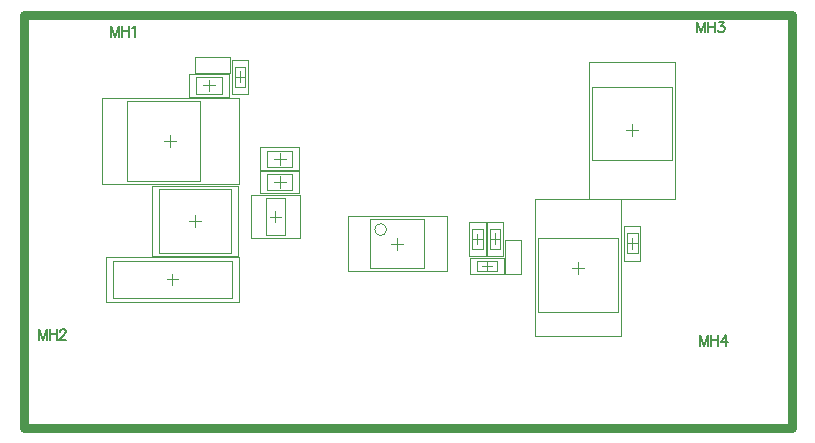
<source format=gm1>
G04*
G04 #@! TF.GenerationSoftware,Altium Limited,Altium Designer,18.1.11 (251)*
G04*
G04 Layer_Color=16711935*
%FSLAX25Y25*%
%MOIN*%
G70*
G01*
G75*
%ADD13C,0.00197*%
%ADD15C,0.00650*%
%ADD16C,0.03000*%
%ADD17C,0.00394*%
D13*
X75590Y77756D02*
X92126D01*
X75590Y63189D02*
X92126D01*
X75590D02*
Y77756D01*
X92126Y63189D02*
Y77756D01*
X91780Y78150D02*
Y85630D01*
X78787Y78150D02*
Y85630D01*
Y78150D02*
X91780D01*
X78787Y85630D02*
X91780D01*
X74756Y111343D02*
Y122760D01*
X69244Y111343D02*
Y122760D01*
X74756D01*
X69244Y111343D02*
X74756D01*
X57142Y118441D02*
X68362D01*
X68559D02*
Y123559D01*
X57142D02*
X68362D01*
X57142Y118441D02*
Y123559D01*
X27468Y42020D02*
Y56980D01*
X71563Y42020D02*
Y56980D01*
X27468D02*
X71563D01*
X27468Y42020D02*
X71563D01*
X25984Y109941D02*
X71653D01*
X25984Y81398D02*
X71653D01*
X25984D02*
Y109941D01*
X71653Y81398D02*
Y109941D01*
X42630Y80614D02*
X71370D01*
X42630Y57386D02*
X71370D01*
X42630D02*
Y80614D01*
X71370Y57386D02*
Y80614D01*
X55118Y110236D02*
X68504D01*
X55118Y118110D02*
X68504D01*
Y110236D02*
Y118110D01*
X55118Y110236D02*
Y118110D01*
X107874Y52165D02*
X140945D01*
X107874Y70669D02*
X140945D01*
Y52165D02*
Y70669D01*
X107874Y52165D02*
Y70669D01*
X160433Y51378D02*
X165551D01*
X160433D02*
Y62598D01*
Y62795D02*
X165551D01*
Y51378D02*
Y62598D01*
X217028Y76378D02*
Y122047D01*
X188484Y76378D02*
Y122047D01*
X217028D01*
X188484Y76378D02*
X217028D01*
X170374Y30512D02*
Y76181D01*
X198917Y30512D02*
Y76181D01*
X170374Y30512D02*
X198917D01*
X170374Y76181D02*
X198917D01*
X200000Y55807D02*
Y67224D01*
X205512Y55807D02*
Y67224D01*
X200000Y55807D02*
X205512D01*
X200000Y67224D02*
X205512D01*
X78787Y86024D02*
Y93504D01*
X91780Y86024D02*
Y93504D01*
X78787D02*
X91780D01*
X78787Y86024D02*
X91780D01*
X153937Y57284D02*
Y68701D01*
X148425Y57284D02*
Y68701D01*
X153937D01*
X148425Y57284D02*
X153937D01*
X160039Y51181D02*
Y56693D01*
X148622Y51181D02*
Y56693D01*
Y51181D02*
X160039D01*
X148622Y56693D02*
X160039D01*
X154331Y68799D02*
X159843D01*
X154331Y57382D02*
X159843D01*
Y68799D01*
X154331Y57382D02*
Y68799D01*
D15*
X225385Y30878D02*
Y27379D01*
Y30878D02*
X226718Y27379D01*
X228051Y30878D02*
X226718Y27379D01*
X228051Y30878D02*
Y27379D01*
X229051Y30878D02*
Y27379D01*
X231383Y30878D02*
Y27379D01*
X229051Y29212D02*
X231383D01*
X234016Y30878D02*
X232350Y28545D01*
X234849D01*
X234016Y30878D02*
Y27379D01*
X224380Y135393D02*
Y131894D01*
Y135393D02*
X225713Y131894D01*
X227046Y135393D02*
X225713Y131894D01*
X227046Y135393D02*
Y131894D01*
X228046Y135393D02*
Y131894D01*
X230379Y135393D02*
Y131894D01*
X228046Y133727D02*
X230379D01*
X231678Y135393D02*
X233511D01*
X232511Y134060D01*
X233011D01*
X233345Y133893D01*
X233511Y133727D01*
X233678Y133227D01*
Y132893D01*
X233511Y132393D01*
X233178Y132060D01*
X232678Y131894D01*
X232178D01*
X231678Y132060D01*
X231512Y132227D01*
X231345Y132560D01*
X4891Y32873D02*
Y29374D01*
Y32873D02*
X6224Y29374D01*
X7557Y32873D02*
X6224Y29374D01*
X7557Y32873D02*
Y29374D01*
X8557Y32873D02*
Y29374D01*
X10890Y32873D02*
Y29374D01*
X8557Y31207D02*
X10890D01*
X12023Y32040D02*
Y32207D01*
X12190Y32540D01*
X12356Y32707D01*
X12689Y32873D01*
X13356D01*
X13689Y32707D01*
X13856Y32540D01*
X14023Y32207D01*
Y31874D01*
X13856Y31540D01*
X13523Y31040D01*
X11856Y29374D01*
X14189D01*
X29097Y133873D02*
Y130374D01*
Y133873D02*
X30430Y130374D01*
X31763Y133873D02*
X30430Y130374D01*
X31763Y133873D02*
Y130374D01*
X32763Y133873D02*
Y130374D01*
X35096Y133873D02*
Y130374D01*
X32763Y132207D02*
X35096D01*
X36062Y133207D02*
X36395Y133373D01*
X36895Y133873D01*
Y130374D01*
D16*
X0Y137795D02*
X255906D01*
X0Y0D02*
Y137795D01*
X255906Y0D02*
Y137795D01*
X0Y0D02*
X255906D01*
D17*
X120866Y66142D02*
G03*
X120866Y66142I-1969J0D01*
G01*
X80610Y76673D02*
X87106D01*
X80610Y64272D02*
X87106D01*
X80610D02*
Y76673D01*
X87106Y64272D02*
Y76673D01*
X89417Y79232D02*
Y84547D01*
X81150Y79232D02*
Y84547D01*
Y79232D02*
X89417D01*
X81150Y84547D02*
X89417D01*
X73772Y113705D02*
Y120398D01*
X70228Y113705D02*
Y120398D01*
X73772D01*
X70228Y113705D02*
X73772D01*
X29831Y43201D02*
Y55799D01*
X69201Y43201D02*
Y55799D01*
X29831D02*
X69201D01*
X29831Y43201D02*
X69201D01*
X34252Y108957D02*
X58661D01*
X34252Y82382D02*
X58661D01*
X34252D02*
Y108957D01*
X58661Y82382D02*
Y108957D01*
X44992Y79630D02*
X69008D01*
X44992Y58370D02*
X69008D01*
X44992D02*
Y79630D01*
X69008Y58370D02*
Y79630D01*
X57480Y111319D02*
X66142D01*
X57480Y117028D02*
X66142D01*
Y111319D02*
Y117028D01*
X57480Y111319D02*
Y117028D01*
X115354Y53150D02*
X133465D01*
X115354Y69685D02*
X133465D01*
Y53150D02*
Y69685D01*
X115354Y53150D02*
Y69685D01*
X216043Y89370D02*
Y113779D01*
X189469Y89370D02*
Y113779D01*
X216043D01*
X189469Y89370D02*
X216043D01*
X171358Y38780D02*
Y63189D01*
X197933Y38780D02*
Y63189D01*
X171358Y38780D02*
X197933D01*
X171358Y63189D02*
X197933D01*
X200984Y58169D02*
Y64862D01*
X204527Y58169D02*
Y64862D01*
X200984Y58169D02*
X204527D01*
X200984Y64862D02*
X204527D01*
X81150Y87106D02*
Y92421D01*
X89417Y87106D02*
Y92421D01*
X81150D02*
X89417D01*
X81150Y87106D02*
X89417D01*
X152953Y59646D02*
Y66339D01*
X149409Y59646D02*
Y66339D01*
X152953D01*
X149409Y59646D02*
X152953D01*
X157677Y52165D02*
Y55709D01*
X150984Y52165D02*
Y55709D01*
Y52165D02*
X157677D01*
X150984Y55709D02*
X157677D01*
X155315Y66437D02*
X158858D01*
X155315Y59744D02*
X158858D01*
Y66437D01*
X155315Y59744D02*
Y66437D01*
X83858Y68504D02*
Y72441D01*
X81890Y70472D02*
X85827D01*
X83315Y81890D02*
X87252D01*
X85283Y79921D02*
Y83858D01*
X70228Y117051D02*
X73772D01*
X72000Y115279D02*
Y118823D01*
X47547Y49500D02*
X51484D01*
X49516Y47532D02*
Y51468D01*
X48819Y93701D02*
Y97638D01*
X46850Y95669D02*
X50787D01*
X57000Y67032D02*
Y70969D01*
X55032Y69000D02*
X58969D01*
X61811Y112205D02*
Y116142D01*
X59842Y114173D02*
X63779D01*
X124409Y59449D02*
Y63386D01*
X122441Y61417D02*
X126378D01*
X200787Y99213D02*
X204724D01*
X202756Y97244D02*
Y101181D01*
X182677Y53347D02*
X186614D01*
X184646Y51378D02*
Y55315D01*
X200984Y61516D02*
X204527D01*
X202756Y59744D02*
Y63287D01*
X83315Y89764D02*
X87252D01*
X85283Y87795D02*
Y91732D01*
X149409Y62992D02*
X152953D01*
X151181Y61221D02*
Y64764D01*
X152559Y53937D02*
X156102D01*
X154331Y52165D02*
Y55709D01*
X157087Y61319D02*
Y64862D01*
X155315Y63090D02*
X158858D01*
M02*

</source>
